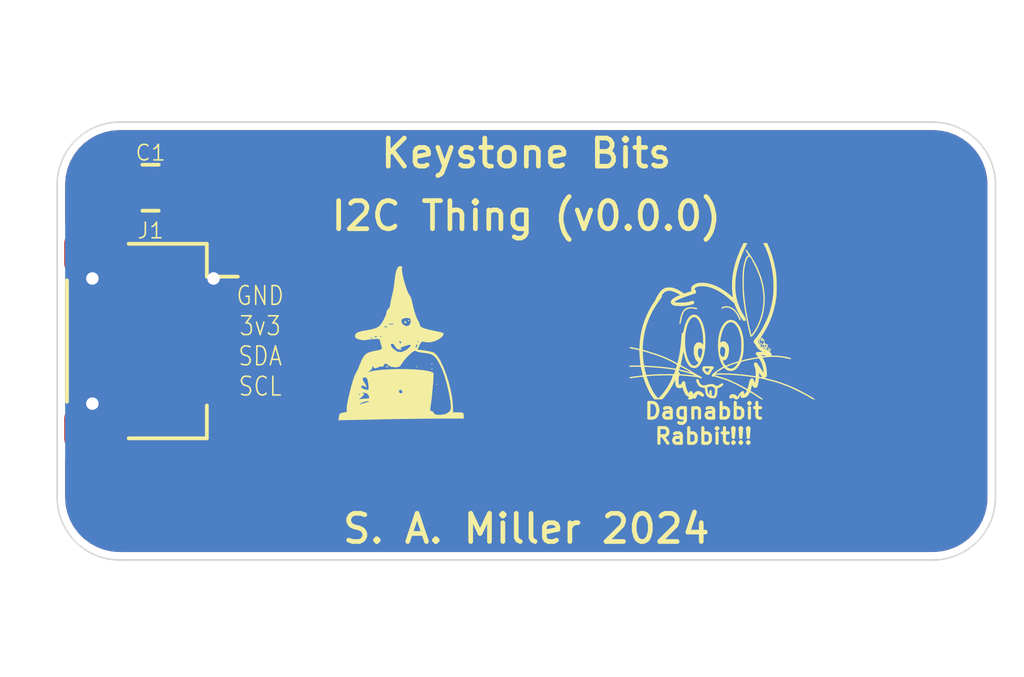
<source format=kicad_pcb>
(kicad_pcb (version 20211014) (generator pcbnew)
  (title_block (title "Keystone Bits") (date "2024") (rev "0.0.0") (company "S. A. Miller") (comment 1 "I2C Thing"))
  (layers (0 "F.Cu" signal) (31 "B.Cu" signal) (34 "B.Paste" user) (35 "F.Paste" user) (36 "B.SilkS" user "B.Silkscreen") (37 "F.SilkS" user "F.Silkscreen") (38 "B.Mask" user) (39 "F.Mask" user) (44 "Edge.Cuts" user))
  (net 0 "")
  (net 1 "GND")
  (net 2 "I2C-Vcc")
  (net 3 "SDA")
  (net 4 "SCL")
  (footprint "tinker:DagNabbit" (layer "F.Cu") (at 106 100)
    (fp_text reference "REF**" hide)
    (fp_text value "DagNabbit" hide)
    (fp_text user "Dagnabbit\nRabbit!!!" (at -0.331667 2.64) (layer "F.SilkS") (effects (font (size 0.5 0.5) (thickness 0.1))))
  )
  (footprint "tinker:NerdMage" (layer "F.Cu") (at 96 100)
    (fp_text reference "G***" hide)
    (fp_text value "LOGO" hide)
  )
  (footprint "Connector_JST:JST_SH_SM04B-SRSS-TB_1x04-1MP_P1.00mm_Horizontal" (layer "F.Cu") (at 88 100 -90)
    (fp_text reference "J1" (at -3.5308 0.0144 180) (layer "F.SilkS") (effects (font (size 0.5 0.5) (thickness 0.05))))
    (fp_text value "JST_SH_BM048")
    (pad "1" smd roundrect (at -1.5 -2 270) (size 0.6 1.55) (layers "F.Cu" "F.Paste" "F.Mask") (net 1 "GND"))
    (pad "2" smd roundrect (at -0.5 -2 270) (size 0.6 1.55) (layers "F.Cu" "F.Paste" "F.Mask") (net 2 "I2C-Vcc"))
    (pad "3" smd roundrect (at 0.5 -2 270) (size 0.6 1.55) (layers "F.Cu" "F.Paste" "F.Mask") (net 3 "SDA"))
    (pad "4" smd roundrect (at 1.5 -2 270) (size 0.6 1.55) (layers "F.Cu" "F.Paste" "F.Mask") (net 4 "SCL"))
    (pad "MP" smd roundrect (at 2.8 1.875 270) (size 1.2 1.8) (layers "F.Cu" "F.Paste" "F.Mask") (roundrect_rratio 0.208333) (net 1 "GND"))
    (pad "MP" smd roundrect (at -2.8 1.875 270) (size 1.2 1.8) (layers "F.Cu" "F.Paste" "F.Mask") (roundrect_rratio 0.208333) (net 1 "GND"))
  )
  (footprint "Capacitor_SMD:C_0805_2012Metric" (layer "F.Cu") (at 87.9856 95.0976)
    (fp_text reference "C1" (at 0 -1.1176) (layer "F.SilkS") (effects (font (size 0.5 0.5) (thickness 0.05))))
    (fp_text value "4.7uF")
    (pad "1" smd roundrect (at -0.95 0) (size 1 1.45) (layers "F.Cu" "F.Paste" "F.Mask") (net 2 "I2C-Vcc"))
    (pad "2" smd roundrect (at 0.95 0) (size 1 1.45) (layers "F.Cu" "F.Paste" "F.Mask") (net 1 "GND"))
  )
  (gr_line (start 87 107) (end 113 107) (layer "Edge.Cuts") (width 0.05))
  (gr_arc (start 85 95) (mid 85.585786 93.585786) (end 87 93) (layer "Edge.Cuts") (width 0.05))
  (gr_line (start 113 93) (end 87 93) (layer "Edge.Cuts") (width 0.05))
  (gr_arc (start 115 105) (mid 114.414214 106.414214) (end 113 107) (layer "Edge.Cuts") (width 0.05))
  (gr_line (start 115 105) (end 115 95) (layer "Edge.Cuts") (width 0.05))
  (gr_arc (start 87 107) (mid 85.585786 106.414214) (end 85 105) (layer "Edge.Cuts") (width 0.05))
  (gr_arc (start 113 93) (mid 114.414214 93.585786) (end 115 95) (layer "Edge.Cuts") (width 0.05))
  (gr_line (start 85 95) (end 85 105) (layer "Edge.Cuts") (width 0.05))
  (gr_text "${COMMENT1} (v${REVISION})" (at 100 96) (layer "F.SilkS") (effects (font (size 0.9 0.9))))
  (gr_text "GND\n3v3\nSDA\nSCL" (at 91.4908 100) (layer "F.SilkS") (effects (font (size 0.6 0.5) (thickness 0.05))))
  (gr_text "${TITLE}" (at 100 94) (layer "F.SilkS") (effects (font (size 0.9 0.9))))
  (gr_text "${COMPANY} ${ISSUE_DATE}" (at 100 106) (layer "F.SilkS") (effects (font (size 0.9 0.9))))
  (segment (start 88.9356 95.0976) (end 88.9356 96.9356) (width 0.6) (layer "F.Cu") (net 1))
  (segment (start 88.9356 96.9356) (end 90 98) (width 0.6) (layer "F.Cu") (net 1))
  (via (at 86.125 102) (size 0.8) (drill 0.4) (layers "F.Cu" "B.Cu") (net 1))
  (via (at 90 98) (size 0.8) (drill 0.4) (layers "F.Cu" "B.Cu") (net 1))
  (via (at 86.125 98) (size 0.8) (drill 0.4) (layers "F.Cu" "B.Cu") (net 1))
  (zone (net 2) (net_name "I2C-Vcc") (layer "F.Cu") (connect_pads (clearance 0.254)) (min_thickness 0.254) (fill yes (thermal_gap 0.254) (thermal_bridge_width 0.508))
    (polygon (pts (xy 115.9256 110.7364) (xy 84.2264 110.7364) (xy 84.2264 89.0956) (xy 115.9256 89.0956)))
  )
  (zone (net 1) (net_name "GND") (layer "B.Cu") (connect_pads (clearance 0.254)) (min_thickness 0.254) (fill yes (thermal_gap 0.254) (thermal_bridge_width 0.508))
    (polygon (pts (xy 115.4176 110.2792) (xy 84.7852 110.2792) (xy 84.7852 89.5528) (xy 115.3668 89.5528)))
  )
)
</source>
